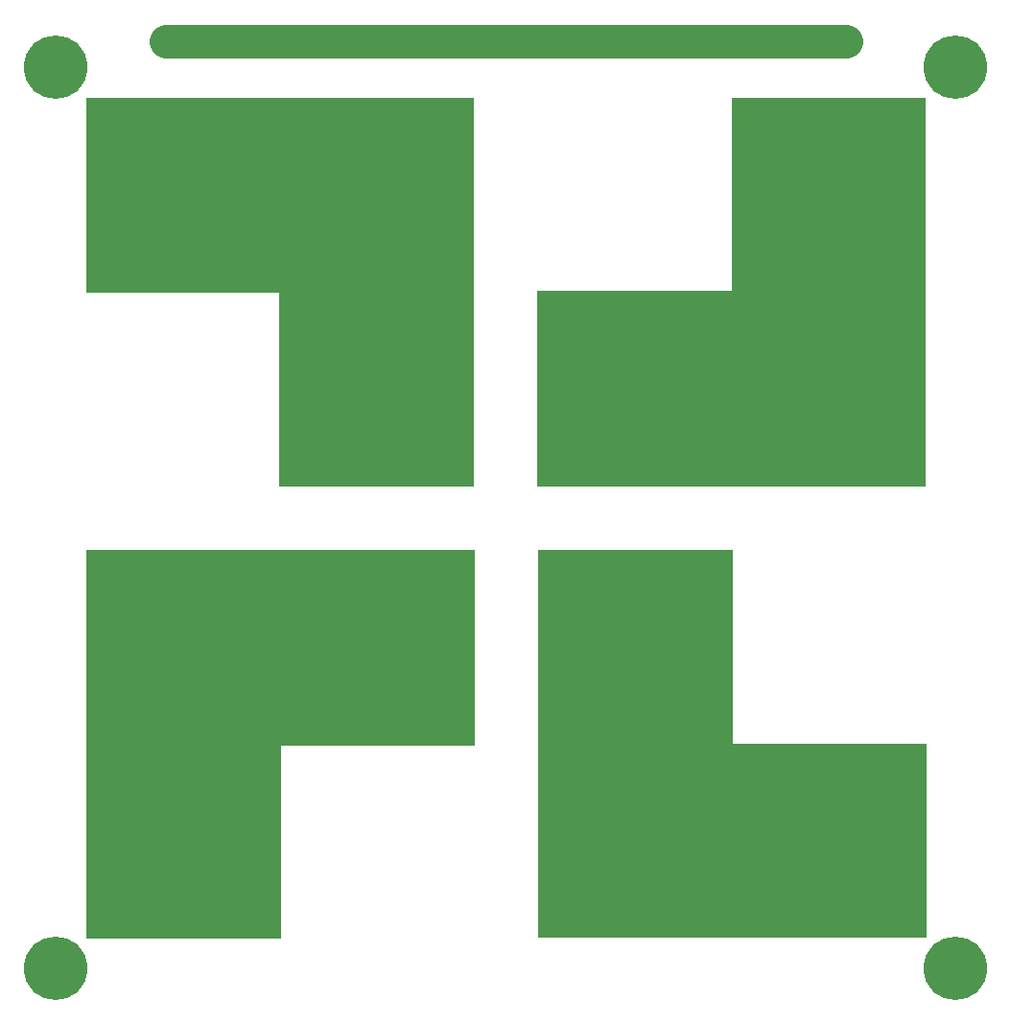
<source format=gbl>
%MOIN*%
%OFA0B0*%
%FSLAX46Y46*%
%IPPOS*%
%LPD*%
%ADD10C,0.00039370078740157485*%
%ADD11C,0.22047244094488189*%
%ADD22C,0.00039370078740157485*%
%ADD23C,0.22047244094488189*%
%ADD24C,0.00039370078740157485*%
%ADD25C,0.22047244094488189*%
%ADD26C,0.00039370078740157485*%
%ADD27C,0.22047244094488189*%
%ADD28C,0.11023622047244094*%
%ADD29C,0.11811023622047245*%
D10*
G36*
X0000509726Y0003089042D02*
G01*
X0000509739Y0002753168D01*
X0001181466Y0002753168D01*
X0001181478Y0002416118D01*
X0001181490Y0002079068D01*
X0001855593Y0002079068D01*
X0001855580Y0003424929D01*
X0001182647Y0003424923D01*
X0000509714Y0003424917D01*
X0000509726Y0003089042D01*
G37*
X0000509726Y0003089042D02*
X0000509739Y0002753168D01*
X0001181466Y0002753168D01*
X0001181478Y0002416118D01*
X0001181490Y0002079068D01*
X0001855593Y0002079068D01*
X0001855580Y0003424929D01*
X0001182647Y0003424923D01*
X0000509714Y0003424917D01*
X0000509726Y0003089042D01*
D11*
X0000404839Y0003532168D03*
G04 next file*
G04 #@! TF.GenerationSoftware,KiCad,Pcbnew,(5.1.5)-3*
G04 #@! TF.CreationDate,2019-12-21T12:13:30-08:00*
G04 #@! TF.ProjectId,mole-diamond-keychain,6d6f6c65-2d64-4696-916d-6f6e642d6b65,A*
G04 #@! TF.SameCoordinates,Original*
G04 #@! TF.FileFunction,Copper,L2,Bot*
G04 #@! TF.FilePolarity,Positive*
G04 Gerber Fmt 4.6, Leading zero omitted, Abs format (unit mm)*
G04 Created by KiCad (PCBNEW (5.1.5)-3) date 2019-12-21 12:13:30*
G04 APERTURE LIST*
G04 APERTURE END LIST*
D22*
G36*
X0000847964Y0000509726D02*
G01*
X0001183839Y0000509739D01*
X0001183839Y0001181466D01*
X0001520889Y0001181478D01*
X0001857939Y0001181490D01*
X0001857939Y0001855593D01*
X0000512077Y0001855580D01*
X0000512084Y0001182647D01*
X0000512090Y0000509714D01*
X0000847964Y0000509726D01*
G37*
X0000847964Y0000509726D02*
X0001183839Y0000509739D01*
X0001183839Y0001181466D01*
X0001520889Y0001181478D01*
X0001857939Y0001181490D01*
X0001857939Y0001855593D01*
X0000512077Y0001855580D01*
X0000512084Y0001182647D01*
X0000512090Y0000509714D01*
X0000847964Y0000509726D01*
D23*
X0000404839Y0000404839D03*
G04 next file*
G04 #@! TF.GenerationSoftware,KiCad,Pcbnew,(5.1.5)-3*
G04 #@! TF.CreationDate,2019-12-21T12:13:30-08:00*
G04 #@! TF.ProjectId,mole-diamond-keychain,6d6f6c65-2d64-4696-916d-6f6e642d6b65,A*
G04 #@! TF.SameCoordinates,Original*
G04 #@! TF.FileFunction,Copper,L2,Bot*
G04 #@! TF.FilePolarity,Positive*
G04 Gerber Fmt 4.6, Leading zero omitted, Abs format (unit mm)*
G04 Created by KiCad (PCBNEW (5.1.5)-3) date 2019-12-21 12:13:30*
G04 APERTURE LIST*
G04 APERTURE END LIST*
D24*
G36*
X0003427280Y0000847964D02*
G01*
X0003427268Y0001183839D01*
X0002755541Y0001183839D01*
X0002755529Y0001520889D01*
X0002755517Y0001857939D01*
X0002081414Y0001857939D01*
X0002081427Y0000512077D01*
X0002754360Y0000512084D01*
X0003427293Y0000512090D01*
X0003427280Y0000847964D01*
G37*
X0003427280Y0000847964D02*
X0003427268Y0001183839D01*
X0002755541Y0001183839D01*
X0002755529Y0001520889D01*
X0002755517Y0001857939D01*
X0002081414Y0001857939D01*
X0002081427Y0000512077D01*
X0002754360Y0000512084D01*
X0003427293Y0000512090D01*
X0003427280Y0000847964D01*
D25*
X0003532168Y0000404839D03*
G04 next file*
G04 #@! TF.GenerationSoftware,KiCad,Pcbnew,(5.1.5)-3*
G04 #@! TF.CreationDate,2019-12-21T12:13:30-08:00*
G04 #@! TF.ProjectId,mole-diamond-keychain,6d6f6c65-2d64-4696-916d-6f6e642d6b65,A*
G04 #@! TF.SameCoordinates,Original*
G04 #@! TF.FileFunction,Copper,L2,Bot*
G04 #@! TF.FilePolarity,Positive*
G04 Gerber Fmt 4.6, Leading zero omitted, Abs format (unit mm)*
G04 Created by KiCad (PCBNEW (5.1.5)-3) date 2019-12-21 12:13:30*
G04 APERTURE LIST*
G04 APERTURE END LIST*
D26*
G36*
X0003089042Y0003427280D02*
G01*
X0002753168Y0003427268D01*
X0002753168Y0002755541D01*
X0002416118Y0002755529D01*
X0002079068Y0002755517D01*
X0002079068Y0002081414D01*
X0003424929Y0002081427D01*
X0003424923Y0002754360D01*
X0003424917Y0003427293D01*
X0003089042Y0003427280D01*
G37*
X0003089042Y0003427280D02*
X0002753168Y0003427268D01*
X0002753168Y0002755541D01*
X0002416118Y0002755529D01*
X0002079068Y0002755517D01*
X0002079068Y0002081414D01*
X0003424929Y0002081427D01*
X0003424923Y0002754360D01*
X0003424917Y0003427293D01*
X0003089042Y0003427280D01*
D27*
X0003532168Y0003532168D03*
G04 next file*
G04 #@! TF.GenerationSoftware,KiCad,Pcbnew,(5.1.5)-3*
G04 #@! TF.CreationDate,2019-12-21T20:48:58-08:00*
G04 #@! TF.ProjectId,mole-diamond-frame,6d6f6c65-2d64-4696-916d-6f6e642d6672,rev?*
G04 #@! TF.SameCoordinates,Original*
G04 #@! TF.FileFunction,Copper,L2,Bot*
G04 #@! TF.FilePolarity,Positive*
G04 Gerber Fmt 4.6, Leading zero omitted, Abs format (unit mm)*
G04 Created by KiCad (PCBNEW (5.1.5)-3) date 2019-12-21 20:48:58*
G04 APERTURE LIST*
G04 APERTURE END LIST*
D28*
X0000708661Y0003543307D02*
X0003149606Y0003622047D03*
X0000787401Y0003622047D03*
D29*
X0000787401Y0003622047D02*
X0003149606Y0003622047D01*
M02*
</source>
